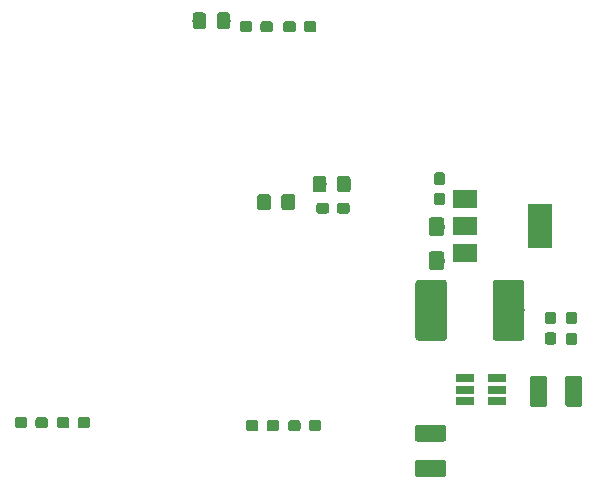
<source format=gbr>
G04 #@! TF.GenerationSoftware,KiCad,Pcbnew,(5.0.0-3-g5ebb6b6)*
G04 #@! TF.CreationDate,2019-05-19T23:28:32+02:00*
G04 #@! TF.ProjectId,Audio Board,417564696F20426F6172642E6B696361,rev?*
G04 #@! TF.SameCoordinates,Original*
G04 #@! TF.FileFunction,Paste,Bot*
G04 #@! TF.FilePolarity,Positive*
%FSLAX46Y46*%
G04 Gerber Fmt 4.6, Leading zero omitted, Abs format (unit mm)*
G04 Created by KiCad (PCBNEW (5.0.0-3-g5ebb6b6)) date Sunday, 19 May 2019 at 23:28:32*
%MOMM*%
%LPD*%
G01*
G04 APERTURE LIST*
%ADD10C,0.100000*%
%ADD11C,1.425000*%
%ADD12C,2.650000*%
%ADD13R,1.560000X0.650000*%
%ADD14C,0.950000*%
%ADD15R,2.000000X3.800000*%
%ADD16R,2.000000X1.500000*%
%ADD17C,1.150000*%
%ADD18C,1.350000*%
G04 APERTURE END LIST*
D10*
G04 #@! TO.C,C39*
G36*
X141838004Y-99133204D02*
X141862273Y-99136804D01*
X141886071Y-99142765D01*
X141909171Y-99151030D01*
X141931349Y-99161520D01*
X141952393Y-99174133D01*
X141972098Y-99188747D01*
X141990277Y-99205223D01*
X142006753Y-99223402D01*
X142021367Y-99243107D01*
X142033980Y-99264151D01*
X142044470Y-99286329D01*
X142052735Y-99309429D01*
X142058696Y-99333227D01*
X142062296Y-99357496D01*
X142063500Y-99382000D01*
X142063500Y-101532000D01*
X142062296Y-101556504D01*
X142058696Y-101580773D01*
X142052735Y-101604571D01*
X142044470Y-101627671D01*
X142033980Y-101649849D01*
X142021367Y-101670893D01*
X142006753Y-101690598D01*
X141990277Y-101708777D01*
X141972098Y-101725253D01*
X141952393Y-101739867D01*
X141931349Y-101752480D01*
X141909171Y-101762970D01*
X141886071Y-101771235D01*
X141862273Y-101777196D01*
X141838004Y-101780796D01*
X141813500Y-101782000D01*
X140888500Y-101782000D01*
X140863996Y-101780796D01*
X140839727Y-101777196D01*
X140815929Y-101771235D01*
X140792829Y-101762970D01*
X140770651Y-101752480D01*
X140749607Y-101739867D01*
X140729902Y-101725253D01*
X140711723Y-101708777D01*
X140695247Y-101690598D01*
X140680633Y-101670893D01*
X140668020Y-101649849D01*
X140657530Y-101627671D01*
X140649265Y-101604571D01*
X140643304Y-101580773D01*
X140639704Y-101556504D01*
X140638500Y-101532000D01*
X140638500Y-99382000D01*
X140639704Y-99357496D01*
X140643304Y-99333227D01*
X140649265Y-99309429D01*
X140657530Y-99286329D01*
X140668020Y-99264151D01*
X140680633Y-99243107D01*
X140695247Y-99223402D01*
X140711723Y-99205223D01*
X140729902Y-99188747D01*
X140749607Y-99174133D01*
X140770651Y-99161520D01*
X140792829Y-99151030D01*
X140815929Y-99142765D01*
X140839727Y-99136804D01*
X140863996Y-99133204D01*
X140888500Y-99132000D01*
X141813500Y-99132000D01*
X141838004Y-99133204D01*
X141838004Y-99133204D01*
G37*
D11*
X141351000Y-100457000D03*
D10*
G36*
X144813004Y-99133204D02*
X144837273Y-99136804D01*
X144861071Y-99142765D01*
X144884171Y-99151030D01*
X144906349Y-99161520D01*
X144927393Y-99174133D01*
X144947098Y-99188747D01*
X144965277Y-99205223D01*
X144981753Y-99223402D01*
X144996367Y-99243107D01*
X145008980Y-99264151D01*
X145019470Y-99286329D01*
X145027735Y-99309429D01*
X145033696Y-99333227D01*
X145037296Y-99357496D01*
X145038500Y-99382000D01*
X145038500Y-101532000D01*
X145037296Y-101556504D01*
X145033696Y-101580773D01*
X145027735Y-101604571D01*
X145019470Y-101627671D01*
X145008980Y-101649849D01*
X144996367Y-101670893D01*
X144981753Y-101690598D01*
X144965277Y-101708777D01*
X144947098Y-101725253D01*
X144927393Y-101739867D01*
X144906349Y-101752480D01*
X144884171Y-101762970D01*
X144861071Y-101771235D01*
X144837273Y-101777196D01*
X144813004Y-101780796D01*
X144788500Y-101782000D01*
X143863500Y-101782000D01*
X143838996Y-101780796D01*
X143814727Y-101777196D01*
X143790929Y-101771235D01*
X143767829Y-101762970D01*
X143745651Y-101752480D01*
X143724607Y-101739867D01*
X143704902Y-101725253D01*
X143686723Y-101708777D01*
X143670247Y-101690598D01*
X143655633Y-101670893D01*
X143643020Y-101649849D01*
X143632530Y-101627671D01*
X143624265Y-101604571D01*
X143618304Y-101580773D01*
X143614704Y-101556504D01*
X143613500Y-101532000D01*
X143613500Y-99382000D01*
X143614704Y-99357496D01*
X143618304Y-99333227D01*
X143624265Y-99309429D01*
X143632530Y-99286329D01*
X143643020Y-99264151D01*
X143655633Y-99243107D01*
X143670247Y-99223402D01*
X143686723Y-99205223D01*
X143704902Y-99188747D01*
X143724607Y-99174133D01*
X143745651Y-99161520D01*
X143767829Y-99151030D01*
X143790929Y-99142765D01*
X143814727Y-99136804D01*
X143838996Y-99133204D01*
X143863500Y-99132000D01*
X144788500Y-99132000D01*
X144813004Y-99133204D01*
X144813004Y-99133204D01*
G37*
D11*
X144326000Y-100457000D03*
G04 #@! TD*
D10*
G04 #@! TO.C,C40*
G36*
X133306504Y-106276704D02*
X133330773Y-106280304D01*
X133354571Y-106286265D01*
X133377671Y-106294530D01*
X133399849Y-106305020D01*
X133420893Y-106317633D01*
X133440598Y-106332247D01*
X133458777Y-106348723D01*
X133475253Y-106366902D01*
X133489867Y-106386607D01*
X133502480Y-106407651D01*
X133512970Y-106429829D01*
X133521235Y-106452929D01*
X133527196Y-106476727D01*
X133530796Y-106500996D01*
X133532000Y-106525500D01*
X133532000Y-107450500D01*
X133530796Y-107475004D01*
X133527196Y-107499273D01*
X133521235Y-107523071D01*
X133512970Y-107546171D01*
X133502480Y-107568349D01*
X133489867Y-107589393D01*
X133475253Y-107609098D01*
X133458777Y-107627277D01*
X133440598Y-107643753D01*
X133420893Y-107658367D01*
X133399849Y-107670980D01*
X133377671Y-107681470D01*
X133354571Y-107689735D01*
X133330773Y-107695696D01*
X133306504Y-107699296D01*
X133282000Y-107700500D01*
X131132000Y-107700500D01*
X131107496Y-107699296D01*
X131083227Y-107695696D01*
X131059429Y-107689735D01*
X131036329Y-107681470D01*
X131014151Y-107670980D01*
X130993107Y-107658367D01*
X130973402Y-107643753D01*
X130955223Y-107627277D01*
X130938747Y-107609098D01*
X130924133Y-107589393D01*
X130911520Y-107568349D01*
X130901030Y-107546171D01*
X130892765Y-107523071D01*
X130886804Y-107499273D01*
X130883204Y-107475004D01*
X130882000Y-107450500D01*
X130882000Y-106525500D01*
X130883204Y-106500996D01*
X130886804Y-106476727D01*
X130892765Y-106452929D01*
X130901030Y-106429829D01*
X130911520Y-106407651D01*
X130924133Y-106386607D01*
X130938747Y-106366902D01*
X130955223Y-106348723D01*
X130973402Y-106332247D01*
X130993107Y-106317633D01*
X131014151Y-106305020D01*
X131036329Y-106294530D01*
X131059429Y-106286265D01*
X131083227Y-106280304D01*
X131107496Y-106276704D01*
X131132000Y-106275500D01*
X133282000Y-106275500D01*
X133306504Y-106276704D01*
X133306504Y-106276704D01*
G37*
D11*
X132207000Y-106988000D03*
D10*
G36*
X133306504Y-103301704D02*
X133330773Y-103305304D01*
X133354571Y-103311265D01*
X133377671Y-103319530D01*
X133399849Y-103330020D01*
X133420893Y-103342633D01*
X133440598Y-103357247D01*
X133458777Y-103373723D01*
X133475253Y-103391902D01*
X133489867Y-103411607D01*
X133502480Y-103432651D01*
X133512970Y-103454829D01*
X133521235Y-103477929D01*
X133527196Y-103501727D01*
X133530796Y-103525996D01*
X133532000Y-103550500D01*
X133532000Y-104475500D01*
X133530796Y-104500004D01*
X133527196Y-104524273D01*
X133521235Y-104548071D01*
X133512970Y-104571171D01*
X133502480Y-104593349D01*
X133489867Y-104614393D01*
X133475253Y-104634098D01*
X133458777Y-104652277D01*
X133440598Y-104668753D01*
X133420893Y-104683367D01*
X133399849Y-104695980D01*
X133377671Y-104706470D01*
X133354571Y-104714735D01*
X133330773Y-104720696D01*
X133306504Y-104724296D01*
X133282000Y-104725500D01*
X131132000Y-104725500D01*
X131107496Y-104724296D01*
X131083227Y-104720696D01*
X131059429Y-104714735D01*
X131036329Y-104706470D01*
X131014151Y-104695980D01*
X130993107Y-104683367D01*
X130973402Y-104668753D01*
X130955223Y-104652277D01*
X130938747Y-104634098D01*
X130924133Y-104614393D01*
X130911520Y-104593349D01*
X130901030Y-104571171D01*
X130892765Y-104548071D01*
X130886804Y-104524273D01*
X130883204Y-104500004D01*
X130882000Y-104475500D01*
X130882000Y-103550500D01*
X130883204Y-103525996D01*
X130886804Y-103501727D01*
X130892765Y-103477929D01*
X130901030Y-103454829D01*
X130911520Y-103432651D01*
X130924133Y-103411607D01*
X130938747Y-103391902D01*
X130955223Y-103373723D01*
X130973402Y-103357247D01*
X130993107Y-103342633D01*
X131014151Y-103330020D01*
X131036329Y-103319530D01*
X131059429Y-103311265D01*
X131083227Y-103305304D01*
X131107496Y-103301704D01*
X131132000Y-103300500D01*
X133282000Y-103300500D01*
X133306504Y-103301704D01*
X133306504Y-103301704D01*
G37*
D11*
X132207000Y-104013000D03*
G04 #@! TD*
D10*
G04 #@! TO.C,D1*
G36*
X139910504Y-91025204D02*
X139934773Y-91028804D01*
X139958571Y-91034765D01*
X139981671Y-91043030D01*
X140003849Y-91053520D01*
X140024893Y-91066133D01*
X140044598Y-91080747D01*
X140062777Y-91097223D01*
X140079253Y-91115402D01*
X140093867Y-91135107D01*
X140106480Y-91156151D01*
X140116970Y-91178329D01*
X140125235Y-91201429D01*
X140131196Y-91225227D01*
X140134796Y-91249496D01*
X140136000Y-91274000D01*
X140136000Y-95924000D01*
X140134796Y-95948504D01*
X140131196Y-95972773D01*
X140125235Y-95996571D01*
X140116970Y-96019671D01*
X140106480Y-96041849D01*
X140093867Y-96062893D01*
X140079253Y-96082598D01*
X140062777Y-96100777D01*
X140044598Y-96117253D01*
X140024893Y-96131867D01*
X140003849Y-96144480D01*
X139981671Y-96154970D01*
X139958571Y-96163235D01*
X139934773Y-96169196D01*
X139910504Y-96172796D01*
X139886000Y-96174000D01*
X137736000Y-96174000D01*
X137711496Y-96172796D01*
X137687227Y-96169196D01*
X137663429Y-96163235D01*
X137640329Y-96154970D01*
X137618151Y-96144480D01*
X137597107Y-96131867D01*
X137577402Y-96117253D01*
X137559223Y-96100777D01*
X137542747Y-96082598D01*
X137528133Y-96062893D01*
X137515520Y-96041849D01*
X137505030Y-96019671D01*
X137496765Y-95996571D01*
X137490804Y-95972773D01*
X137487204Y-95948504D01*
X137486000Y-95924000D01*
X137486000Y-91274000D01*
X137487204Y-91249496D01*
X137490804Y-91225227D01*
X137496765Y-91201429D01*
X137505030Y-91178329D01*
X137515520Y-91156151D01*
X137528133Y-91135107D01*
X137542747Y-91115402D01*
X137559223Y-91097223D01*
X137577402Y-91080747D01*
X137597107Y-91066133D01*
X137618151Y-91053520D01*
X137640329Y-91043030D01*
X137663429Y-91034765D01*
X137687227Y-91028804D01*
X137711496Y-91025204D01*
X137736000Y-91024000D01*
X139886000Y-91024000D01*
X139910504Y-91025204D01*
X139910504Y-91025204D01*
G37*
D12*
X138811000Y-93599000D03*
D10*
G36*
X133360504Y-91025204D02*
X133384773Y-91028804D01*
X133408571Y-91034765D01*
X133431671Y-91043030D01*
X133453849Y-91053520D01*
X133474893Y-91066133D01*
X133494598Y-91080747D01*
X133512777Y-91097223D01*
X133529253Y-91115402D01*
X133543867Y-91135107D01*
X133556480Y-91156151D01*
X133566970Y-91178329D01*
X133575235Y-91201429D01*
X133581196Y-91225227D01*
X133584796Y-91249496D01*
X133586000Y-91274000D01*
X133586000Y-95924000D01*
X133584796Y-95948504D01*
X133581196Y-95972773D01*
X133575235Y-95996571D01*
X133566970Y-96019671D01*
X133556480Y-96041849D01*
X133543867Y-96062893D01*
X133529253Y-96082598D01*
X133512777Y-96100777D01*
X133494598Y-96117253D01*
X133474893Y-96131867D01*
X133453849Y-96144480D01*
X133431671Y-96154970D01*
X133408571Y-96163235D01*
X133384773Y-96169196D01*
X133360504Y-96172796D01*
X133336000Y-96174000D01*
X131186000Y-96174000D01*
X131161496Y-96172796D01*
X131137227Y-96169196D01*
X131113429Y-96163235D01*
X131090329Y-96154970D01*
X131068151Y-96144480D01*
X131047107Y-96131867D01*
X131027402Y-96117253D01*
X131009223Y-96100777D01*
X130992747Y-96082598D01*
X130978133Y-96062893D01*
X130965520Y-96041849D01*
X130955030Y-96019671D01*
X130946765Y-95996571D01*
X130940804Y-95972773D01*
X130937204Y-95948504D01*
X130936000Y-95924000D01*
X130936000Y-91274000D01*
X130937204Y-91249496D01*
X130940804Y-91225227D01*
X130946765Y-91201429D01*
X130955030Y-91178329D01*
X130965520Y-91156151D01*
X130978133Y-91135107D01*
X130992747Y-91115402D01*
X131009223Y-91097223D01*
X131027402Y-91080747D01*
X131047107Y-91066133D01*
X131068151Y-91053520D01*
X131090329Y-91043030D01*
X131113429Y-91034765D01*
X131137227Y-91028804D01*
X131161496Y-91025204D01*
X131186000Y-91024000D01*
X133336000Y-91024000D01*
X133360504Y-91025204D01*
X133360504Y-91025204D01*
G37*
D12*
X132261000Y-93599000D03*
G04 #@! TD*
D13*
G04 #@! TO.C,U5*
X135128000Y-101280000D03*
X135128000Y-100330000D03*
X135128000Y-99380000D03*
X137828000Y-99380000D03*
X137828000Y-101280000D03*
X137828000Y-100330000D03*
G04 #@! TD*
D10*
G04 #@! TO.C,R9*
G36*
X142627779Y-93710144D02*
X142650834Y-93713563D01*
X142673443Y-93719227D01*
X142695387Y-93727079D01*
X142716457Y-93737044D01*
X142736448Y-93749026D01*
X142755168Y-93762910D01*
X142772438Y-93778562D01*
X142788090Y-93795832D01*
X142801974Y-93814552D01*
X142813956Y-93834543D01*
X142823921Y-93855613D01*
X142831773Y-93877557D01*
X142837437Y-93900166D01*
X142840856Y-93923221D01*
X142842000Y-93946500D01*
X142842000Y-94521500D01*
X142840856Y-94544779D01*
X142837437Y-94567834D01*
X142831773Y-94590443D01*
X142823921Y-94612387D01*
X142813956Y-94633457D01*
X142801974Y-94653448D01*
X142788090Y-94672168D01*
X142772438Y-94689438D01*
X142755168Y-94705090D01*
X142736448Y-94718974D01*
X142716457Y-94730956D01*
X142695387Y-94740921D01*
X142673443Y-94748773D01*
X142650834Y-94754437D01*
X142627779Y-94757856D01*
X142604500Y-94759000D01*
X142129500Y-94759000D01*
X142106221Y-94757856D01*
X142083166Y-94754437D01*
X142060557Y-94748773D01*
X142038613Y-94740921D01*
X142017543Y-94730956D01*
X141997552Y-94718974D01*
X141978832Y-94705090D01*
X141961562Y-94689438D01*
X141945910Y-94672168D01*
X141932026Y-94653448D01*
X141920044Y-94633457D01*
X141910079Y-94612387D01*
X141902227Y-94590443D01*
X141896563Y-94567834D01*
X141893144Y-94544779D01*
X141892000Y-94521500D01*
X141892000Y-93946500D01*
X141893144Y-93923221D01*
X141896563Y-93900166D01*
X141902227Y-93877557D01*
X141910079Y-93855613D01*
X141920044Y-93834543D01*
X141932026Y-93814552D01*
X141945910Y-93795832D01*
X141961562Y-93778562D01*
X141978832Y-93762910D01*
X141997552Y-93749026D01*
X142017543Y-93737044D01*
X142038613Y-93727079D01*
X142060557Y-93719227D01*
X142083166Y-93713563D01*
X142106221Y-93710144D01*
X142129500Y-93709000D01*
X142604500Y-93709000D01*
X142627779Y-93710144D01*
X142627779Y-93710144D01*
G37*
D14*
X142367000Y-94234000D03*
D10*
G36*
X142627779Y-95460144D02*
X142650834Y-95463563D01*
X142673443Y-95469227D01*
X142695387Y-95477079D01*
X142716457Y-95487044D01*
X142736448Y-95499026D01*
X142755168Y-95512910D01*
X142772438Y-95528562D01*
X142788090Y-95545832D01*
X142801974Y-95564552D01*
X142813956Y-95584543D01*
X142823921Y-95605613D01*
X142831773Y-95627557D01*
X142837437Y-95650166D01*
X142840856Y-95673221D01*
X142842000Y-95696500D01*
X142842000Y-96271500D01*
X142840856Y-96294779D01*
X142837437Y-96317834D01*
X142831773Y-96340443D01*
X142823921Y-96362387D01*
X142813956Y-96383457D01*
X142801974Y-96403448D01*
X142788090Y-96422168D01*
X142772438Y-96439438D01*
X142755168Y-96455090D01*
X142736448Y-96468974D01*
X142716457Y-96480956D01*
X142695387Y-96490921D01*
X142673443Y-96498773D01*
X142650834Y-96504437D01*
X142627779Y-96507856D01*
X142604500Y-96509000D01*
X142129500Y-96509000D01*
X142106221Y-96507856D01*
X142083166Y-96504437D01*
X142060557Y-96498773D01*
X142038613Y-96490921D01*
X142017543Y-96480956D01*
X141997552Y-96468974D01*
X141978832Y-96455090D01*
X141961562Y-96439438D01*
X141945910Y-96422168D01*
X141932026Y-96403448D01*
X141920044Y-96383457D01*
X141910079Y-96362387D01*
X141902227Y-96340443D01*
X141896563Y-96317834D01*
X141893144Y-96294779D01*
X141892000Y-96271500D01*
X141892000Y-95696500D01*
X141893144Y-95673221D01*
X141896563Y-95650166D01*
X141902227Y-95627557D01*
X141910079Y-95605613D01*
X141920044Y-95584543D01*
X141932026Y-95564552D01*
X141945910Y-95545832D01*
X141961562Y-95528562D01*
X141978832Y-95512910D01*
X141997552Y-95499026D01*
X142017543Y-95487044D01*
X142038613Y-95477079D01*
X142060557Y-95469227D01*
X142083166Y-95463563D01*
X142106221Y-95460144D01*
X142129500Y-95459000D01*
X142604500Y-95459000D01*
X142627779Y-95460144D01*
X142627779Y-95460144D01*
G37*
D14*
X142367000Y-95984000D03*
G04 #@! TD*
D10*
G04 #@! TO.C,R10*
G36*
X144405779Y-93738144D02*
X144428834Y-93741563D01*
X144451443Y-93747227D01*
X144473387Y-93755079D01*
X144494457Y-93765044D01*
X144514448Y-93777026D01*
X144533168Y-93790910D01*
X144550438Y-93806562D01*
X144566090Y-93823832D01*
X144579974Y-93842552D01*
X144591956Y-93862543D01*
X144601921Y-93883613D01*
X144609773Y-93905557D01*
X144615437Y-93928166D01*
X144618856Y-93951221D01*
X144620000Y-93974500D01*
X144620000Y-94549500D01*
X144618856Y-94572779D01*
X144615437Y-94595834D01*
X144609773Y-94618443D01*
X144601921Y-94640387D01*
X144591956Y-94661457D01*
X144579974Y-94681448D01*
X144566090Y-94700168D01*
X144550438Y-94717438D01*
X144533168Y-94733090D01*
X144514448Y-94746974D01*
X144494457Y-94758956D01*
X144473387Y-94768921D01*
X144451443Y-94776773D01*
X144428834Y-94782437D01*
X144405779Y-94785856D01*
X144382500Y-94787000D01*
X143907500Y-94787000D01*
X143884221Y-94785856D01*
X143861166Y-94782437D01*
X143838557Y-94776773D01*
X143816613Y-94768921D01*
X143795543Y-94758956D01*
X143775552Y-94746974D01*
X143756832Y-94733090D01*
X143739562Y-94717438D01*
X143723910Y-94700168D01*
X143710026Y-94681448D01*
X143698044Y-94661457D01*
X143688079Y-94640387D01*
X143680227Y-94618443D01*
X143674563Y-94595834D01*
X143671144Y-94572779D01*
X143670000Y-94549500D01*
X143670000Y-93974500D01*
X143671144Y-93951221D01*
X143674563Y-93928166D01*
X143680227Y-93905557D01*
X143688079Y-93883613D01*
X143698044Y-93862543D01*
X143710026Y-93842552D01*
X143723910Y-93823832D01*
X143739562Y-93806562D01*
X143756832Y-93790910D01*
X143775552Y-93777026D01*
X143795543Y-93765044D01*
X143816613Y-93755079D01*
X143838557Y-93747227D01*
X143861166Y-93741563D01*
X143884221Y-93738144D01*
X143907500Y-93737000D01*
X144382500Y-93737000D01*
X144405779Y-93738144D01*
X144405779Y-93738144D01*
G37*
D14*
X144145000Y-94262000D03*
D10*
G36*
X144405779Y-95488144D02*
X144428834Y-95491563D01*
X144451443Y-95497227D01*
X144473387Y-95505079D01*
X144494457Y-95515044D01*
X144514448Y-95527026D01*
X144533168Y-95540910D01*
X144550438Y-95556562D01*
X144566090Y-95573832D01*
X144579974Y-95592552D01*
X144591956Y-95612543D01*
X144601921Y-95633613D01*
X144609773Y-95655557D01*
X144615437Y-95678166D01*
X144618856Y-95701221D01*
X144620000Y-95724500D01*
X144620000Y-96299500D01*
X144618856Y-96322779D01*
X144615437Y-96345834D01*
X144609773Y-96368443D01*
X144601921Y-96390387D01*
X144591956Y-96411457D01*
X144579974Y-96431448D01*
X144566090Y-96450168D01*
X144550438Y-96467438D01*
X144533168Y-96483090D01*
X144514448Y-96496974D01*
X144494457Y-96508956D01*
X144473387Y-96518921D01*
X144451443Y-96526773D01*
X144428834Y-96532437D01*
X144405779Y-96535856D01*
X144382500Y-96537000D01*
X143907500Y-96537000D01*
X143884221Y-96535856D01*
X143861166Y-96532437D01*
X143838557Y-96526773D01*
X143816613Y-96518921D01*
X143795543Y-96508956D01*
X143775552Y-96496974D01*
X143756832Y-96483090D01*
X143739562Y-96467438D01*
X143723910Y-96450168D01*
X143710026Y-96431448D01*
X143698044Y-96411457D01*
X143688079Y-96390387D01*
X143680227Y-96368443D01*
X143674563Y-96345834D01*
X143671144Y-96322779D01*
X143670000Y-96299500D01*
X143670000Y-95724500D01*
X143671144Y-95701221D01*
X143674563Y-95678166D01*
X143680227Y-95655557D01*
X143688079Y-95633613D01*
X143698044Y-95612543D01*
X143710026Y-95592552D01*
X143723910Y-95573832D01*
X143739562Y-95556562D01*
X143756832Y-95540910D01*
X143775552Y-95527026D01*
X143795543Y-95515044D01*
X143816613Y-95505079D01*
X143838557Y-95497227D01*
X143861166Y-95491563D01*
X143884221Y-95488144D01*
X143907500Y-95487000D01*
X144382500Y-95487000D01*
X144405779Y-95488144D01*
X144405779Y-95488144D01*
G37*
D14*
X144145000Y-96012000D03*
G04 #@! TD*
D10*
G04 #@! TO.C,C22*
G36*
X125137779Y-84489144D02*
X125160834Y-84492563D01*
X125183443Y-84498227D01*
X125205387Y-84506079D01*
X125226457Y-84516044D01*
X125246448Y-84528026D01*
X125265168Y-84541910D01*
X125282438Y-84557562D01*
X125298090Y-84574832D01*
X125311974Y-84593552D01*
X125323956Y-84613543D01*
X125333921Y-84634613D01*
X125341773Y-84656557D01*
X125347437Y-84679166D01*
X125350856Y-84702221D01*
X125352000Y-84725500D01*
X125352000Y-85200500D01*
X125350856Y-85223779D01*
X125347437Y-85246834D01*
X125341773Y-85269443D01*
X125333921Y-85291387D01*
X125323956Y-85312457D01*
X125311974Y-85332448D01*
X125298090Y-85351168D01*
X125282438Y-85368438D01*
X125265168Y-85384090D01*
X125246448Y-85397974D01*
X125226457Y-85409956D01*
X125205387Y-85419921D01*
X125183443Y-85427773D01*
X125160834Y-85433437D01*
X125137779Y-85436856D01*
X125114500Y-85438000D01*
X124539500Y-85438000D01*
X124516221Y-85436856D01*
X124493166Y-85433437D01*
X124470557Y-85427773D01*
X124448613Y-85419921D01*
X124427543Y-85409956D01*
X124407552Y-85397974D01*
X124388832Y-85384090D01*
X124371562Y-85368438D01*
X124355910Y-85351168D01*
X124342026Y-85332448D01*
X124330044Y-85312457D01*
X124320079Y-85291387D01*
X124312227Y-85269443D01*
X124306563Y-85246834D01*
X124303144Y-85223779D01*
X124302000Y-85200500D01*
X124302000Y-84725500D01*
X124303144Y-84702221D01*
X124306563Y-84679166D01*
X124312227Y-84656557D01*
X124320079Y-84634613D01*
X124330044Y-84613543D01*
X124342026Y-84593552D01*
X124355910Y-84574832D01*
X124371562Y-84557562D01*
X124388832Y-84541910D01*
X124407552Y-84528026D01*
X124427543Y-84516044D01*
X124448613Y-84506079D01*
X124470557Y-84498227D01*
X124493166Y-84492563D01*
X124516221Y-84489144D01*
X124539500Y-84488000D01*
X125114500Y-84488000D01*
X125137779Y-84489144D01*
X125137779Y-84489144D01*
G37*
D14*
X124827000Y-84963000D03*
D10*
G36*
X123387779Y-84489144D02*
X123410834Y-84492563D01*
X123433443Y-84498227D01*
X123455387Y-84506079D01*
X123476457Y-84516044D01*
X123496448Y-84528026D01*
X123515168Y-84541910D01*
X123532438Y-84557562D01*
X123548090Y-84574832D01*
X123561974Y-84593552D01*
X123573956Y-84613543D01*
X123583921Y-84634613D01*
X123591773Y-84656557D01*
X123597437Y-84679166D01*
X123600856Y-84702221D01*
X123602000Y-84725500D01*
X123602000Y-85200500D01*
X123600856Y-85223779D01*
X123597437Y-85246834D01*
X123591773Y-85269443D01*
X123583921Y-85291387D01*
X123573956Y-85312457D01*
X123561974Y-85332448D01*
X123548090Y-85351168D01*
X123532438Y-85368438D01*
X123515168Y-85384090D01*
X123496448Y-85397974D01*
X123476457Y-85409956D01*
X123455387Y-85419921D01*
X123433443Y-85427773D01*
X123410834Y-85433437D01*
X123387779Y-85436856D01*
X123364500Y-85438000D01*
X122789500Y-85438000D01*
X122766221Y-85436856D01*
X122743166Y-85433437D01*
X122720557Y-85427773D01*
X122698613Y-85419921D01*
X122677543Y-85409956D01*
X122657552Y-85397974D01*
X122638832Y-85384090D01*
X122621562Y-85368438D01*
X122605910Y-85351168D01*
X122592026Y-85332448D01*
X122580044Y-85312457D01*
X122570079Y-85291387D01*
X122562227Y-85269443D01*
X122556563Y-85246834D01*
X122553144Y-85223779D01*
X122552000Y-85200500D01*
X122552000Y-84725500D01*
X122553144Y-84702221D01*
X122556563Y-84679166D01*
X122562227Y-84656557D01*
X122570079Y-84634613D01*
X122580044Y-84613543D01*
X122592026Y-84593552D01*
X122605910Y-84574832D01*
X122621562Y-84557562D01*
X122638832Y-84541910D01*
X122657552Y-84528026D01*
X122677543Y-84516044D01*
X122698613Y-84506079D01*
X122720557Y-84498227D01*
X122743166Y-84492563D01*
X122766221Y-84489144D01*
X122789500Y-84488000D01*
X123364500Y-84488000D01*
X123387779Y-84489144D01*
X123387779Y-84489144D01*
G37*
D14*
X123077000Y-84963000D03*
G04 #@! TD*
D10*
G04 #@! TO.C,R15*
G36*
X103166779Y-102650144D02*
X103189834Y-102653563D01*
X103212443Y-102659227D01*
X103234387Y-102667079D01*
X103255457Y-102677044D01*
X103275448Y-102689026D01*
X103294168Y-102702910D01*
X103311438Y-102718562D01*
X103327090Y-102735832D01*
X103340974Y-102754552D01*
X103352956Y-102774543D01*
X103362921Y-102795613D01*
X103370773Y-102817557D01*
X103376437Y-102840166D01*
X103379856Y-102863221D01*
X103381000Y-102886500D01*
X103381000Y-103361500D01*
X103379856Y-103384779D01*
X103376437Y-103407834D01*
X103370773Y-103430443D01*
X103362921Y-103452387D01*
X103352956Y-103473457D01*
X103340974Y-103493448D01*
X103327090Y-103512168D01*
X103311438Y-103529438D01*
X103294168Y-103545090D01*
X103275448Y-103558974D01*
X103255457Y-103570956D01*
X103234387Y-103580921D01*
X103212443Y-103588773D01*
X103189834Y-103594437D01*
X103166779Y-103597856D01*
X103143500Y-103599000D01*
X102568500Y-103599000D01*
X102545221Y-103597856D01*
X102522166Y-103594437D01*
X102499557Y-103588773D01*
X102477613Y-103580921D01*
X102456543Y-103570956D01*
X102436552Y-103558974D01*
X102417832Y-103545090D01*
X102400562Y-103529438D01*
X102384910Y-103512168D01*
X102371026Y-103493448D01*
X102359044Y-103473457D01*
X102349079Y-103452387D01*
X102341227Y-103430443D01*
X102335563Y-103407834D01*
X102332144Y-103384779D01*
X102331000Y-103361500D01*
X102331000Y-102886500D01*
X102332144Y-102863221D01*
X102335563Y-102840166D01*
X102341227Y-102817557D01*
X102349079Y-102795613D01*
X102359044Y-102774543D01*
X102371026Y-102754552D01*
X102384910Y-102735832D01*
X102400562Y-102718562D01*
X102417832Y-102702910D01*
X102436552Y-102689026D01*
X102456543Y-102677044D01*
X102477613Y-102667079D01*
X102499557Y-102659227D01*
X102522166Y-102653563D01*
X102545221Y-102650144D01*
X102568500Y-102649000D01*
X103143500Y-102649000D01*
X103166779Y-102650144D01*
X103166779Y-102650144D01*
G37*
D14*
X102856000Y-103124000D03*
D10*
G36*
X101416779Y-102650144D02*
X101439834Y-102653563D01*
X101462443Y-102659227D01*
X101484387Y-102667079D01*
X101505457Y-102677044D01*
X101525448Y-102689026D01*
X101544168Y-102702910D01*
X101561438Y-102718562D01*
X101577090Y-102735832D01*
X101590974Y-102754552D01*
X101602956Y-102774543D01*
X101612921Y-102795613D01*
X101620773Y-102817557D01*
X101626437Y-102840166D01*
X101629856Y-102863221D01*
X101631000Y-102886500D01*
X101631000Y-103361500D01*
X101629856Y-103384779D01*
X101626437Y-103407834D01*
X101620773Y-103430443D01*
X101612921Y-103452387D01*
X101602956Y-103473457D01*
X101590974Y-103493448D01*
X101577090Y-103512168D01*
X101561438Y-103529438D01*
X101544168Y-103545090D01*
X101525448Y-103558974D01*
X101505457Y-103570956D01*
X101484387Y-103580921D01*
X101462443Y-103588773D01*
X101439834Y-103594437D01*
X101416779Y-103597856D01*
X101393500Y-103599000D01*
X100818500Y-103599000D01*
X100795221Y-103597856D01*
X100772166Y-103594437D01*
X100749557Y-103588773D01*
X100727613Y-103580921D01*
X100706543Y-103570956D01*
X100686552Y-103558974D01*
X100667832Y-103545090D01*
X100650562Y-103529438D01*
X100634910Y-103512168D01*
X100621026Y-103493448D01*
X100609044Y-103473457D01*
X100599079Y-103452387D01*
X100591227Y-103430443D01*
X100585563Y-103407834D01*
X100582144Y-103384779D01*
X100581000Y-103361500D01*
X100581000Y-102886500D01*
X100582144Y-102863221D01*
X100585563Y-102840166D01*
X100591227Y-102817557D01*
X100599079Y-102795613D01*
X100609044Y-102774543D01*
X100621026Y-102754552D01*
X100634910Y-102735832D01*
X100650562Y-102718562D01*
X100667832Y-102702910D01*
X100686552Y-102689026D01*
X100706543Y-102677044D01*
X100727613Y-102667079D01*
X100749557Y-102659227D01*
X100772166Y-102653563D01*
X100795221Y-102650144D01*
X100818500Y-102649000D01*
X101393500Y-102649000D01*
X101416779Y-102650144D01*
X101416779Y-102650144D01*
G37*
D14*
X101106000Y-103124000D03*
G04 #@! TD*
D10*
G04 #@! TO.C,R16*
G36*
X97846779Y-102650144D02*
X97869834Y-102653563D01*
X97892443Y-102659227D01*
X97914387Y-102667079D01*
X97935457Y-102677044D01*
X97955448Y-102689026D01*
X97974168Y-102702910D01*
X97991438Y-102718562D01*
X98007090Y-102735832D01*
X98020974Y-102754552D01*
X98032956Y-102774543D01*
X98042921Y-102795613D01*
X98050773Y-102817557D01*
X98056437Y-102840166D01*
X98059856Y-102863221D01*
X98061000Y-102886500D01*
X98061000Y-103361500D01*
X98059856Y-103384779D01*
X98056437Y-103407834D01*
X98050773Y-103430443D01*
X98042921Y-103452387D01*
X98032956Y-103473457D01*
X98020974Y-103493448D01*
X98007090Y-103512168D01*
X97991438Y-103529438D01*
X97974168Y-103545090D01*
X97955448Y-103558974D01*
X97935457Y-103570956D01*
X97914387Y-103580921D01*
X97892443Y-103588773D01*
X97869834Y-103594437D01*
X97846779Y-103597856D01*
X97823500Y-103599000D01*
X97248500Y-103599000D01*
X97225221Y-103597856D01*
X97202166Y-103594437D01*
X97179557Y-103588773D01*
X97157613Y-103580921D01*
X97136543Y-103570956D01*
X97116552Y-103558974D01*
X97097832Y-103545090D01*
X97080562Y-103529438D01*
X97064910Y-103512168D01*
X97051026Y-103493448D01*
X97039044Y-103473457D01*
X97029079Y-103452387D01*
X97021227Y-103430443D01*
X97015563Y-103407834D01*
X97012144Y-103384779D01*
X97011000Y-103361500D01*
X97011000Y-102886500D01*
X97012144Y-102863221D01*
X97015563Y-102840166D01*
X97021227Y-102817557D01*
X97029079Y-102795613D01*
X97039044Y-102774543D01*
X97051026Y-102754552D01*
X97064910Y-102735832D01*
X97080562Y-102718562D01*
X97097832Y-102702910D01*
X97116552Y-102689026D01*
X97136543Y-102677044D01*
X97157613Y-102667079D01*
X97179557Y-102659227D01*
X97202166Y-102653563D01*
X97225221Y-102650144D01*
X97248500Y-102649000D01*
X97823500Y-102649000D01*
X97846779Y-102650144D01*
X97846779Y-102650144D01*
G37*
D14*
X97536000Y-103124000D03*
D10*
G36*
X99596779Y-102650144D02*
X99619834Y-102653563D01*
X99642443Y-102659227D01*
X99664387Y-102667079D01*
X99685457Y-102677044D01*
X99705448Y-102689026D01*
X99724168Y-102702910D01*
X99741438Y-102718562D01*
X99757090Y-102735832D01*
X99770974Y-102754552D01*
X99782956Y-102774543D01*
X99792921Y-102795613D01*
X99800773Y-102817557D01*
X99806437Y-102840166D01*
X99809856Y-102863221D01*
X99811000Y-102886500D01*
X99811000Y-103361500D01*
X99809856Y-103384779D01*
X99806437Y-103407834D01*
X99800773Y-103430443D01*
X99792921Y-103452387D01*
X99782956Y-103473457D01*
X99770974Y-103493448D01*
X99757090Y-103512168D01*
X99741438Y-103529438D01*
X99724168Y-103545090D01*
X99705448Y-103558974D01*
X99685457Y-103570956D01*
X99664387Y-103580921D01*
X99642443Y-103588773D01*
X99619834Y-103594437D01*
X99596779Y-103597856D01*
X99573500Y-103599000D01*
X98998500Y-103599000D01*
X98975221Y-103597856D01*
X98952166Y-103594437D01*
X98929557Y-103588773D01*
X98907613Y-103580921D01*
X98886543Y-103570956D01*
X98866552Y-103558974D01*
X98847832Y-103545090D01*
X98830562Y-103529438D01*
X98814910Y-103512168D01*
X98801026Y-103493448D01*
X98789044Y-103473457D01*
X98779079Y-103452387D01*
X98771227Y-103430443D01*
X98765563Y-103407834D01*
X98762144Y-103384779D01*
X98761000Y-103361500D01*
X98761000Y-102886500D01*
X98762144Y-102863221D01*
X98765563Y-102840166D01*
X98771227Y-102817557D01*
X98779079Y-102795613D01*
X98789044Y-102774543D01*
X98801026Y-102754552D01*
X98814910Y-102735832D01*
X98830562Y-102718562D01*
X98847832Y-102702910D01*
X98866552Y-102689026D01*
X98886543Y-102677044D01*
X98907613Y-102667079D01*
X98929557Y-102659227D01*
X98952166Y-102653563D01*
X98975221Y-102650144D01*
X98998500Y-102649000D01*
X99573500Y-102649000D01*
X99596779Y-102650144D01*
X99596779Y-102650144D01*
G37*
D14*
X99286000Y-103124000D03*
G04 #@! TD*
D10*
G04 #@! TO.C,R17*
G36*
X120988779Y-102904144D02*
X121011834Y-102907563D01*
X121034443Y-102913227D01*
X121056387Y-102921079D01*
X121077457Y-102931044D01*
X121097448Y-102943026D01*
X121116168Y-102956910D01*
X121133438Y-102972562D01*
X121149090Y-102989832D01*
X121162974Y-103008552D01*
X121174956Y-103028543D01*
X121184921Y-103049613D01*
X121192773Y-103071557D01*
X121198437Y-103094166D01*
X121201856Y-103117221D01*
X121203000Y-103140500D01*
X121203000Y-103615500D01*
X121201856Y-103638779D01*
X121198437Y-103661834D01*
X121192773Y-103684443D01*
X121184921Y-103706387D01*
X121174956Y-103727457D01*
X121162974Y-103747448D01*
X121149090Y-103766168D01*
X121133438Y-103783438D01*
X121116168Y-103799090D01*
X121097448Y-103812974D01*
X121077457Y-103824956D01*
X121056387Y-103834921D01*
X121034443Y-103842773D01*
X121011834Y-103848437D01*
X120988779Y-103851856D01*
X120965500Y-103853000D01*
X120390500Y-103853000D01*
X120367221Y-103851856D01*
X120344166Y-103848437D01*
X120321557Y-103842773D01*
X120299613Y-103834921D01*
X120278543Y-103824956D01*
X120258552Y-103812974D01*
X120239832Y-103799090D01*
X120222562Y-103783438D01*
X120206910Y-103766168D01*
X120193026Y-103747448D01*
X120181044Y-103727457D01*
X120171079Y-103706387D01*
X120163227Y-103684443D01*
X120157563Y-103661834D01*
X120154144Y-103638779D01*
X120153000Y-103615500D01*
X120153000Y-103140500D01*
X120154144Y-103117221D01*
X120157563Y-103094166D01*
X120163227Y-103071557D01*
X120171079Y-103049613D01*
X120181044Y-103028543D01*
X120193026Y-103008552D01*
X120206910Y-102989832D01*
X120222562Y-102972562D01*
X120239832Y-102956910D01*
X120258552Y-102943026D01*
X120278543Y-102931044D01*
X120299613Y-102921079D01*
X120321557Y-102913227D01*
X120344166Y-102907563D01*
X120367221Y-102904144D01*
X120390500Y-102903000D01*
X120965500Y-102903000D01*
X120988779Y-102904144D01*
X120988779Y-102904144D01*
G37*
D14*
X120678000Y-103378000D03*
D10*
G36*
X122738779Y-102904144D02*
X122761834Y-102907563D01*
X122784443Y-102913227D01*
X122806387Y-102921079D01*
X122827457Y-102931044D01*
X122847448Y-102943026D01*
X122866168Y-102956910D01*
X122883438Y-102972562D01*
X122899090Y-102989832D01*
X122912974Y-103008552D01*
X122924956Y-103028543D01*
X122934921Y-103049613D01*
X122942773Y-103071557D01*
X122948437Y-103094166D01*
X122951856Y-103117221D01*
X122953000Y-103140500D01*
X122953000Y-103615500D01*
X122951856Y-103638779D01*
X122948437Y-103661834D01*
X122942773Y-103684443D01*
X122934921Y-103706387D01*
X122924956Y-103727457D01*
X122912974Y-103747448D01*
X122899090Y-103766168D01*
X122883438Y-103783438D01*
X122866168Y-103799090D01*
X122847448Y-103812974D01*
X122827457Y-103824956D01*
X122806387Y-103834921D01*
X122784443Y-103842773D01*
X122761834Y-103848437D01*
X122738779Y-103851856D01*
X122715500Y-103853000D01*
X122140500Y-103853000D01*
X122117221Y-103851856D01*
X122094166Y-103848437D01*
X122071557Y-103842773D01*
X122049613Y-103834921D01*
X122028543Y-103824956D01*
X122008552Y-103812974D01*
X121989832Y-103799090D01*
X121972562Y-103783438D01*
X121956910Y-103766168D01*
X121943026Y-103747448D01*
X121931044Y-103727457D01*
X121921079Y-103706387D01*
X121913227Y-103684443D01*
X121907563Y-103661834D01*
X121904144Y-103638779D01*
X121903000Y-103615500D01*
X121903000Y-103140500D01*
X121904144Y-103117221D01*
X121907563Y-103094166D01*
X121913227Y-103071557D01*
X121921079Y-103049613D01*
X121931044Y-103028543D01*
X121943026Y-103008552D01*
X121956910Y-102989832D01*
X121972562Y-102972562D01*
X121989832Y-102956910D01*
X122008552Y-102943026D01*
X122028543Y-102931044D01*
X122049613Y-102921079D01*
X122071557Y-102913227D01*
X122094166Y-102907563D01*
X122117221Y-102904144D01*
X122140500Y-102903000D01*
X122715500Y-102903000D01*
X122738779Y-102904144D01*
X122738779Y-102904144D01*
G37*
D14*
X122428000Y-103378000D03*
G04 #@! TD*
D10*
G04 #@! TO.C,R18*
G36*
X119168779Y-102904144D02*
X119191834Y-102907563D01*
X119214443Y-102913227D01*
X119236387Y-102921079D01*
X119257457Y-102931044D01*
X119277448Y-102943026D01*
X119296168Y-102956910D01*
X119313438Y-102972562D01*
X119329090Y-102989832D01*
X119342974Y-103008552D01*
X119354956Y-103028543D01*
X119364921Y-103049613D01*
X119372773Y-103071557D01*
X119378437Y-103094166D01*
X119381856Y-103117221D01*
X119383000Y-103140500D01*
X119383000Y-103615500D01*
X119381856Y-103638779D01*
X119378437Y-103661834D01*
X119372773Y-103684443D01*
X119364921Y-103706387D01*
X119354956Y-103727457D01*
X119342974Y-103747448D01*
X119329090Y-103766168D01*
X119313438Y-103783438D01*
X119296168Y-103799090D01*
X119277448Y-103812974D01*
X119257457Y-103824956D01*
X119236387Y-103834921D01*
X119214443Y-103842773D01*
X119191834Y-103848437D01*
X119168779Y-103851856D01*
X119145500Y-103853000D01*
X118570500Y-103853000D01*
X118547221Y-103851856D01*
X118524166Y-103848437D01*
X118501557Y-103842773D01*
X118479613Y-103834921D01*
X118458543Y-103824956D01*
X118438552Y-103812974D01*
X118419832Y-103799090D01*
X118402562Y-103783438D01*
X118386910Y-103766168D01*
X118373026Y-103747448D01*
X118361044Y-103727457D01*
X118351079Y-103706387D01*
X118343227Y-103684443D01*
X118337563Y-103661834D01*
X118334144Y-103638779D01*
X118333000Y-103615500D01*
X118333000Y-103140500D01*
X118334144Y-103117221D01*
X118337563Y-103094166D01*
X118343227Y-103071557D01*
X118351079Y-103049613D01*
X118361044Y-103028543D01*
X118373026Y-103008552D01*
X118386910Y-102989832D01*
X118402562Y-102972562D01*
X118419832Y-102956910D01*
X118438552Y-102943026D01*
X118458543Y-102931044D01*
X118479613Y-102921079D01*
X118501557Y-102913227D01*
X118524166Y-102907563D01*
X118547221Y-102904144D01*
X118570500Y-102903000D01*
X119145500Y-102903000D01*
X119168779Y-102904144D01*
X119168779Y-102904144D01*
G37*
D14*
X118858000Y-103378000D03*
D10*
G36*
X117418779Y-102904144D02*
X117441834Y-102907563D01*
X117464443Y-102913227D01*
X117486387Y-102921079D01*
X117507457Y-102931044D01*
X117527448Y-102943026D01*
X117546168Y-102956910D01*
X117563438Y-102972562D01*
X117579090Y-102989832D01*
X117592974Y-103008552D01*
X117604956Y-103028543D01*
X117614921Y-103049613D01*
X117622773Y-103071557D01*
X117628437Y-103094166D01*
X117631856Y-103117221D01*
X117633000Y-103140500D01*
X117633000Y-103615500D01*
X117631856Y-103638779D01*
X117628437Y-103661834D01*
X117622773Y-103684443D01*
X117614921Y-103706387D01*
X117604956Y-103727457D01*
X117592974Y-103747448D01*
X117579090Y-103766168D01*
X117563438Y-103783438D01*
X117546168Y-103799090D01*
X117527448Y-103812974D01*
X117507457Y-103824956D01*
X117486387Y-103834921D01*
X117464443Y-103842773D01*
X117441834Y-103848437D01*
X117418779Y-103851856D01*
X117395500Y-103853000D01*
X116820500Y-103853000D01*
X116797221Y-103851856D01*
X116774166Y-103848437D01*
X116751557Y-103842773D01*
X116729613Y-103834921D01*
X116708543Y-103824956D01*
X116688552Y-103812974D01*
X116669832Y-103799090D01*
X116652562Y-103783438D01*
X116636910Y-103766168D01*
X116623026Y-103747448D01*
X116611044Y-103727457D01*
X116601079Y-103706387D01*
X116593227Y-103684443D01*
X116587563Y-103661834D01*
X116584144Y-103638779D01*
X116583000Y-103615500D01*
X116583000Y-103140500D01*
X116584144Y-103117221D01*
X116587563Y-103094166D01*
X116593227Y-103071557D01*
X116601079Y-103049613D01*
X116611044Y-103028543D01*
X116623026Y-103008552D01*
X116636910Y-102989832D01*
X116652562Y-102972562D01*
X116669832Y-102956910D01*
X116688552Y-102943026D01*
X116708543Y-102931044D01*
X116729613Y-102921079D01*
X116751557Y-102913227D01*
X116774166Y-102907563D01*
X116797221Y-102904144D01*
X116820500Y-102903000D01*
X117395500Y-102903000D01*
X117418779Y-102904144D01*
X117418779Y-102904144D01*
G37*
D14*
X117108000Y-103378000D03*
G04 #@! TD*
D15*
G04 #@! TO.C,U2*
X141453000Y-86487000D03*
D16*
X135153000Y-86487000D03*
X135153000Y-84187000D03*
X135153000Y-88787000D03*
G04 #@! TD*
D10*
G04 #@! TO.C,C19*
G36*
X118459505Y-83756204D02*
X118483773Y-83759804D01*
X118507572Y-83765765D01*
X118530671Y-83774030D01*
X118552850Y-83784520D01*
X118573893Y-83797132D01*
X118593599Y-83811747D01*
X118611777Y-83828223D01*
X118628253Y-83846401D01*
X118642868Y-83866107D01*
X118655480Y-83887150D01*
X118665970Y-83909329D01*
X118674235Y-83932428D01*
X118680196Y-83956227D01*
X118683796Y-83980495D01*
X118685000Y-84004999D01*
X118685000Y-84905001D01*
X118683796Y-84929505D01*
X118680196Y-84953773D01*
X118674235Y-84977572D01*
X118665970Y-85000671D01*
X118655480Y-85022850D01*
X118642868Y-85043893D01*
X118628253Y-85063599D01*
X118611777Y-85081777D01*
X118593599Y-85098253D01*
X118573893Y-85112868D01*
X118552850Y-85125480D01*
X118530671Y-85135970D01*
X118507572Y-85144235D01*
X118483773Y-85150196D01*
X118459505Y-85153796D01*
X118435001Y-85155000D01*
X117784999Y-85155000D01*
X117760495Y-85153796D01*
X117736227Y-85150196D01*
X117712428Y-85144235D01*
X117689329Y-85135970D01*
X117667150Y-85125480D01*
X117646107Y-85112868D01*
X117626401Y-85098253D01*
X117608223Y-85081777D01*
X117591747Y-85063599D01*
X117577132Y-85043893D01*
X117564520Y-85022850D01*
X117554030Y-85000671D01*
X117545765Y-84977572D01*
X117539804Y-84953773D01*
X117536204Y-84929505D01*
X117535000Y-84905001D01*
X117535000Y-84004999D01*
X117536204Y-83980495D01*
X117539804Y-83956227D01*
X117545765Y-83932428D01*
X117554030Y-83909329D01*
X117564520Y-83887150D01*
X117577132Y-83866107D01*
X117591747Y-83846401D01*
X117608223Y-83828223D01*
X117626401Y-83811747D01*
X117646107Y-83797132D01*
X117667150Y-83784520D01*
X117689329Y-83774030D01*
X117712428Y-83765765D01*
X117736227Y-83759804D01*
X117760495Y-83756204D01*
X117784999Y-83755000D01*
X118435001Y-83755000D01*
X118459505Y-83756204D01*
X118459505Y-83756204D01*
G37*
D17*
X118110000Y-84455000D03*
D10*
G36*
X120509505Y-83756204D02*
X120533773Y-83759804D01*
X120557572Y-83765765D01*
X120580671Y-83774030D01*
X120602850Y-83784520D01*
X120623893Y-83797132D01*
X120643599Y-83811747D01*
X120661777Y-83828223D01*
X120678253Y-83846401D01*
X120692868Y-83866107D01*
X120705480Y-83887150D01*
X120715970Y-83909329D01*
X120724235Y-83932428D01*
X120730196Y-83956227D01*
X120733796Y-83980495D01*
X120735000Y-84004999D01*
X120735000Y-84905001D01*
X120733796Y-84929505D01*
X120730196Y-84953773D01*
X120724235Y-84977572D01*
X120715970Y-85000671D01*
X120705480Y-85022850D01*
X120692868Y-85043893D01*
X120678253Y-85063599D01*
X120661777Y-85081777D01*
X120643599Y-85098253D01*
X120623893Y-85112868D01*
X120602850Y-85125480D01*
X120580671Y-85135970D01*
X120557572Y-85144235D01*
X120533773Y-85150196D01*
X120509505Y-85153796D01*
X120485001Y-85155000D01*
X119834999Y-85155000D01*
X119810495Y-85153796D01*
X119786227Y-85150196D01*
X119762428Y-85144235D01*
X119739329Y-85135970D01*
X119717150Y-85125480D01*
X119696107Y-85112868D01*
X119676401Y-85098253D01*
X119658223Y-85081777D01*
X119641747Y-85063599D01*
X119627132Y-85043893D01*
X119614520Y-85022850D01*
X119604030Y-85000671D01*
X119595765Y-84977572D01*
X119589804Y-84953773D01*
X119586204Y-84929505D01*
X119585000Y-84905001D01*
X119585000Y-84004999D01*
X119586204Y-83980495D01*
X119589804Y-83956227D01*
X119595765Y-83932428D01*
X119604030Y-83909329D01*
X119614520Y-83887150D01*
X119627132Y-83866107D01*
X119641747Y-83846401D01*
X119658223Y-83828223D01*
X119676401Y-83811747D01*
X119696107Y-83797132D01*
X119717150Y-83784520D01*
X119739329Y-83774030D01*
X119762428Y-83765765D01*
X119786227Y-83759804D01*
X119810495Y-83756204D01*
X119834999Y-83755000D01*
X120485001Y-83755000D01*
X120509505Y-83756204D01*
X120509505Y-83756204D01*
G37*
D17*
X120160000Y-84455000D03*
G04 #@! TD*
D10*
G04 #@! TO.C,C25*
G36*
X112980505Y-68389204D02*
X113004773Y-68392804D01*
X113028572Y-68398765D01*
X113051671Y-68407030D01*
X113073850Y-68417520D01*
X113094893Y-68430132D01*
X113114599Y-68444747D01*
X113132777Y-68461223D01*
X113149253Y-68479401D01*
X113163868Y-68499107D01*
X113176480Y-68520150D01*
X113186970Y-68542329D01*
X113195235Y-68565428D01*
X113201196Y-68589227D01*
X113204796Y-68613495D01*
X113206000Y-68637999D01*
X113206000Y-69538001D01*
X113204796Y-69562505D01*
X113201196Y-69586773D01*
X113195235Y-69610572D01*
X113186970Y-69633671D01*
X113176480Y-69655850D01*
X113163868Y-69676893D01*
X113149253Y-69696599D01*
X113132777Y-69714777D01*
X113114599Y-69731253D01*
X113094893Y-69745868D01*
X113073850Y-69758480D01*
X113051671Y-69768970D01*
X113028572Y-69777235D01*
X113004773Y-69783196D01*
X112980505Y-69786796D01*
X112956001Y-69788000D01*
X112305999Y-69788000D01*
X112281495Y-69786796D01*
X112257227Y-69783196D01*
X112233428Y-69777235D01*
X112210329Y-69768970D01*
X112188150Y-69758480D01*
X112167107Y-69745868D01*
X112147401Y-69731253D01*
X112129223Y-69714777D01*
X112112747Y-69696599D01*
X112098132Y-69676893D01*
X112085520Y-69655850D01*
X112075030Y-69633671D01*
X112066765Y-69610572D01*
X112060804Y-69586773D01*
X112057204Y-69562505D01*
X112056000Y-69538001D01*
X112056000Y-68637999D01*
X112057204Y-68613495D01*
X112060804Y-68589227D01*
X112066765Y-68565428D01*
X112075030Y-68542329D01*
X112085520Y-68520150D01*
X112098132Y-68499107D01*
X112112747Y-68479401D01*
X112129223Y-68461223D01*
X112147401Y-68444747D01*
X112167107Y-68430132D01*
X112188150Y-68417520D01*
X112210329Y-68407030D01*
X112233428Y-68398765D01*
X112257227Y-68392804D01*
X112281495Y-68389204D01*
X112305999Y-68388000D01*
X112956001Y-68388000D01*
X112980505Y-68389204D01*
X112980505Y-68389204D01*
G37*
D17*
X112631000Y-69088000D03*
D10*
G36*
X115030505Y-68389204D02*
X115054773Y-68392804D01*
X115078572Y-68398765D01*
X115101671Y-68407030D01*
X115123850Y-68417520D01*
X115144893Y-68430132D01*
X115164599Y-68444747D01*
X115182777Y-68461223D01*
X115199253Y-68479401D01*
X115213868Y-68499107D01*
X115226480Y-68520150D01*
X115236970Y-68542329D01*
X115245235Y-68565428D01*
X115251196Y-68589227D01*
X115254796Y-68613495D01*
X115256000Y-68637999D01*
X115256000Y-69538001D01*
X115254796Y-69562505D01*
X115251196Y-69586773D01*
X115245235Y-69610572D01*
X115236970Y-69633671D01*
X115226480Y-69655850D01*
X115213868Y-69676893D01*
X115199253Y-69696599D01*
X115182777Y-69714777D01*
X115164599Y-69731253D01*
X115144893Y-69745868D01*
X115123850Y-69758480D01*
X115101671Y-69768970D01*
X115078572Y-69777235D01*
X115054773Y-69783196D01*
X115030505Y-69786796D01*
X115006001Y-69788000D01*
X114355999Y-69788000D01*
X114331495Y-69786796D01*
X114307227Y-69783196D01*
X114283428Y-69777235D01*
X114260329Y-69768970D01*
X114238150Y-69758480D01*
X114217107Y-69745868D01*
X114197401Y-69731253D01*
X114179223Y-69714777D01*
X114162747Y-69696599D01*
X114148132Y-69676893D01*
X114135520Y-69655850D01*
X114125030Y-69633671D01*
X114116765Y-69610572D01*
X114110804Y-69586773D01*
X114107204Y-69562505D01*
X114106000Y-69538001D01*
X114106000Y-68637999D01*
X114107204Y-68613495D01*
X114110804Y-68589227D01*
X114116765Y-68565428D01*
X114125030Y-68542329D01*
X114135520Y-68520150D01*
X114148132Y-68499107D01*
X114162747Y-68479401D01*
X114179223Y-68461223D01*
X114197401Y-68444747D01*
X114217107Y-68430132D01*
X114238150Y-68417520D01*
X114260329Y-68407030D01*
X114283428Y-68398765D01*
X114307227Y-68392804D01*
X114331495Y-68389204D01*
X114355999Y-68388000D01*
X115006001Y-68388000D01*
X115030505Y-68389204D01*
X115030505Y-68389204D01*
G37*
D17*
X114681000Y-69088000D03*
G04 #@! TD*
D10*
G04 #@! TO.C,C23*
G36*
X125208505Y-82232204D02*
X125232773Y-82235804D01*
X125256572Y-82241765D01*
X125279671Y-82250030D01*
X125301850Y-82260520D01*
X125322893Y-82273132D01*
X125342599Y-82287747D01*
X125360777Y-82304223D01*
X125377253Y-82322401D01*
X125391868Y-82342107D01*
X125404480Y-82363150D01*
X125414970Y-82385329D01*
X125423235Y-82408428D01*
X125429196Y-82432227D01*
X125432796Y-82456495D01*
X125434000Y-82480999D01*
X125434000Y-83381001D01*
X125432796Y-83405505D01*
X125429196Y-83429773D01*
X125423235Y-83453572D01*
X125414970Y-83476671D01*
X125404480Y-83498850D01*
X125391868Y-83519893D01*
X125377253Y-83539599D01*
X125360777Y-83557777D01*
X125342599Y-83574253D01*
X125322893Y-83588868D01*
X125301850Y-83601480D01*
X125279671Y-83611970D01*
X125256572Y-83620235D01*
X125232773Y-83626196D01*
X125208505Y-83629796D01*
X125184001Y-83631000D01*
X124533999Y-83631000D01*
X124509495Y-83629796D01*
X124485227Y-83626196D01*
X124461428Y-83620235D01*
X124438329Y-83611970D01*
X124416150Y-83601480D01*
X124395107Y-83588868D01*
X124375401Y-83574253D01*
X124357223Y-83557777D01*
X124340747Y-83539599D01*
X124326132Y-83519893D01*
X124313520Y-83498850D01*
X124303030Y-83476671D01*
X124294765Y-83453572D01*
X124288804Y-83429773D01*
X124285204Y-83405505D01*
X124284000Y-83381001D01*
X124284000Y-82480999D01*
X124285204Y-82456495D01*
X124288804Y-82432227D01*
X124294765Y-82408428D01*
X124303030Y-82385329D01*
X124313520Y-82363150D01*
X124326132Y-82342107D01*
X124340747Y-82322401D01*
X124357223Y-82304223D01*
X124375401Y-82287747D01*
X124395107Y-82273132D01*
X124416150Y-82260520D01*
X124438329Y-82250030D01*
X124461428Y-82241765D01*
X124485227Y-82235804D01*
X124509495Y-82232204D01*
X124533999Y-82231000D01*
X125184001Y-82231000D01*
X125208505Y-82232204D01*
X125208505Y-82232204D01*
G37*
D17*
X124859000Y-82931000D03*
D10*
G36*
X123158505Y-82232204D02*
X123182773Y-82235804D01*
X123206572Y-82241765D01*
X123229671Y-82250030D01*
X123251850Y-82260520D01*
X123272893Y-82273132D01*
X123292599Y-82287747D01*
X123310777Y-82304223D01*
X123327253Y-82322401D01*
X123341868Y-82342107D01*
X123354480Y-82363150D01*
X123364970Y-82385329D01*
X123373235Y-82408428D01*
X123379196Y-82432227D01*
X123382796Y-82456495D01*
X123384000Y-82480999D01*
X123384000Y-83381001D01*
X123382796Y-83405505D01*
X123379196Y-83429773D01*
X123373235Y-83453572D01*
X123364970Y-83476671D01*
X123354480Y-83498850D01*
X123341868Y-83519893D01*
X123327253Y-83539599D01*
X123310777Y-83557777D01*
X123292599Y-83574253D01*
X123272893Y-83588868D01*
X123251850Y-83601480D01*
X123229671Y-83611970D01*
X123206572Y-83620235D01*
X123182773Y-83626196D01*
X123158505Y-83629796D01*
X123134001Y-83631000D01*
X122483999Y-83631000D01*
X122459495Y-83629796D01*
X122435227Y-83626196D01*
X122411428Y-83620235D01*
X122388329Y-83611970D01*
X122366150Y-83601480D01*
X122345107Y-83588868D01*
X122325401Y-83574253D01*
X122307223Y-83557777D01*
X122290747Y-83539599D01*
X122276132Y-83519893D01*
X122263520Y-83498850D01*
X122253030Y-83476671D01*
X122244765Y-83453572D01*
X122238804Y-83429773D01*
X122235204Y-83405505D01*
X122234000Y-83381001D01*
X122234000Y-82480999D01*
X122235204Y-82456495D01*
X122238804Y-82432227D01*
X122244765Y-82408428D01*
X122253030Y-82385329D01*
X122263520Y-82363150D01*
X122276132Y-82342107D01*
X122290747Y-82322401D01*
X122307223Y-82304223D01*
X122325401Y-82287747D01*
X122345107Y-82273132D01*
X122366150Y-82260520D01*
X122388329Y-82250030D01*
X122411428Y-82241765D01*
X122435227Y-82235804D01*
X122459495Y-82232204D01*
X122483999Y-82231000D01*
X123134001Y-82231000D01*
X123158505Y-82232204D01*
X123158505Y-82232204D01*
G37*
D17*
X122809000Y-82931000D03*
G04 #@! TD*
D10*
G04 #@! TO.C,C26*
G36*
X118646779Y-69122144D02*
X118669834Y-69125563D01*
X118692443Y-69131227D01*
X118714387Y-69139079D01*
X118735457Y-69149044D01*
X118755448Y-69161026D01*
X118774168Y-69174910D01*
X118791438Y-69190562D01*
X118807090Y-69207832D01*
X118820974Y-69226552D01*
X118832956Y-69246543D01*
X118842921Y-69267613D01*
X118850773Y-69289557D01*
X118856437Y-69312166D01*
X118859856Y-69335221D01*
X118861000Y-69358500D01*
X118861000Y-69833500D01*
X118859856Y-69856779D01*
X118856437Y-69879834D01*
X118850773Y-69902443D01*
X118842921Y-69924387D01*
X118832956Y-69945457D01*
X118820974Y-69965448D01*
X118807090Y-69984168D01*
X118791438Y-70001438D01*
X118774168Y-70017090D01*
X118755448Y-70030974D01*
X118735457Y-70042956D01*
X118714387Y-70052921D01*
X118692443Y-70060773D01*
X118669834Y-70066437D01*
X118646779Y-70069856D01*
X118623500Y-70071000D01*
X118048500Y-70071000D01*
X118025221Y-70069856D01*
X118002166Y-70066437D01*
X117979557Y-70060773D01*
X117957613Y-70052921D01*
X117936543Y-70042956D01*
X117916552Y-70030974D01*
X117897832Y-70017090D01*
X117880562Y-70001438D01*
X117864910Y-69984168D01*
X117851026Y-69965448D01*
X117839044Y-69945457D01*
X117829079Y-69924387D01*
X117821227Y-69902443D01*
X117815563Y-69879834D01*
X117812144Y-69856779D01*
X117811000Y-69833500D01*
X117811000Y-69358500D01*
X117812144Y-69335221D01*
X117815563Y-69312166D01*
X117821227Y-69289557D01*
X117829079Y-69267613D01*
X117839044Y-69246543D01*
X117851026Y-69226552D01*
X117864910Y-69207832D01*
X117880562Y-69190562D01*
X117897832Y-69174910D01*
X117916552Y-69161026D01*
X117936543Y-69149044D01*
X117957613Y-69139079D01*
X117979557Y-69131227D01*
X118002166Y-69125563D01*
X118025221Y-69122144D01*
X118048500Y-69121000D01*
X118623500Y-69121000D01*
X118646779Y-69122144D01*
X118646779Y-69122144D01*
G37*
D14*
X118336000Y-69596000D03*
D10*
G36*
X116896779Y-69122144D02*
X116919834Y-69125563D01*
X116942443Y-69131227D01*
X116964387Y-69139079D01*
X116985457Y-69149044D01*
X117005448Y-69161026D01*
X117024168Y-69174910D01*
X117041438Y-69190562D01*
X117057090Y-69207832D01*
X117070974Y-69226552D01*
X117082956Y-69246543D01*
X117092921Y-69267613D01*
X117100773Y-69289557D01*
X117106437Y-69312166D01*
X117109856Y-69335221D01*
X117111000Y-69358500D01*
X117111000Y-69833500D01*
X117109856Y-69856779D01*
X117106437Y-69879834D01*
X117100773Y-69902443D01*
X117092921Y-69924387D01*
X117082956Y-69945457D01*
X117070974Y-69965448D01*
X117057090Y-69984168D01*
X117041438Y-70001438D01*
X117024168Y-70017090D01*
X117005448Y-70030974D01*
X116985457Y-70042956D01*
X116964387Y-70052921D01*
X116942443Y-70060773D01*
X116919834Y-70066437D01*
X116896779Y-70069856D01*
X116873500Y-70071000D01*
X116298500Y-70071000D01*
X116275221Y-70069856D01*
X116252166Y-70066437D01*
X116229557Y-70060773D01*
X116207613Y-70052921D01*
X116186543Y-70042956D01*
X116166552Y-70030974D01*
X116147832Y-70017090D01*
X116130562Y-70001438D01*
X116114910Y-69984168D01*
X116101026Y-69965448D01*
X116089044Y-69945457D01*
X116079079Y-69924387D01*
X116071227Y-69902443D01*
X116065563Y-69879834D01*
X116062144Y-69856779D01*
X116061000Y-69833500D01*
X116061000Y-69358500D01*
X116062144Y-69335221D01*
X116065563Y-69312166D01*
X116071227Y-69289557D01*
X116079079Y-69267613D01*
X116089044Y-69246543D01*
X116101026Y-69226552D01*
X116114910Y-69207832D01*
X116130562Y-69190562D01*
X116147832Y-69174910D01*
X116166552Y-69161026D01*
X116186543Y-69149044D01*
X116207613Y-69139079D01*
X116229557Y-69131227D01*
X116252166Y-69125563D01*
X116275221Y-69122144D01*
X116298500Y-69121000D01*
X116873500Y-69121000D01*
X116896779Y-69122144D01*
X116896779Y-69122144D01*
G37*
D14*
X116586000Y-69596000D03*
G04 #@! TD*
D10*
G04 #@! TO.C,C29*
G36*
X122329779Y-69122144D02*
X122352834Y-69125563D01*
X122375443Y-69131227D01*
X122397387Y-69139079D01*
X122418457Y-69149044D01*
X122438448Y-69161026D01*
X122457168Y-69174910D01*
X122474438Y-69190562D01*
X122490090Y-69207832D01*
X122503974Y-69226552D01*
X122515956Y-69246543D01*
X122525921Y-69267613D01*
X122533773Y-69289557D01*
X122539437Y-69312166D01*
X122542856Y-69335221D01*
X122544000Y-69358500D01*
X122544000Y-69833500D01*
X122542856Y-69856779D01*
X122539437Y-69879834D01*
X122533773Y-69902443D01*
X122525921Y-69924387D01*
X122515956Y-69945457D01*
X122503974Y-69965448D01*
X122490090Y-69984168D01*
X122474438Y-70001438D01*
X122457168Y-70017090D01*
X122438448Y-70030974D01*
X122418457Y-70042956D01*
X122397387Y-70052921D01*
X122375443Y-70060773D01*
X122352834Y-70066437D01*
X122329779Y-70069856D01*
X122306500Y-70071000D01*
X121731500Y-70071000D01*
X121708221Y-70069856D01*
X121685166Y-70066437D01*
X121662557Y-70060773D01*
X121640613Y-70052921D01*
X121619543Y-70042956D01*
X121599552Y-70030974D01*
X121580832Y-70017090D01*
X121563562Y-70001438D01*
X121547910Y-69984168D01*
X121534026Y-69965448D01*
X121522044Y-69945457D01*
X121512079Y-69924387D01*
X121504227Y-69902443D01*
X121498563Y-69879834D01*
X121495144Y-69856779D01*
X121494000Y-69833500D01*
X121494000Y-69358500D01*
X121495144Y-69335221D01*
X121498563Y-69312166D01*
X121504227Y-69289557D01*
X121512079Y-69267613D01*
X121522044Y-69246543D01*
X121534026Y-69226552D01*
X121547910Y-69207832D01*
X121563562Y-69190562D01*
X121580832Y-69174910D01*
X121599552Y-69161026D01*
X121619543Y-69149044D01*
X121640613Y-69139079D01*
X121662557Y-69131227D01*
X121685166Y-69125563D01*
X121708221Y-69122144D01*
X121731500Y-69121000D01*
X122306500Y-69121000D01*
X122329779Y-69122144D01*
X122329779Y-69122144D01*
G37*
D14*
X122019000Y-69596000D03*
D10*
G36*
X120579779Y-69122144D02*
X120602834Y-69125563D01*
X120625443Y-69131227D01*
X120647387Y-69139079D01*
X120668457Y-69149044D01*
X120688448Y-69161026D01*
X120707168Y-69174910D01*
X120724438Y-69190562D01*
X120740090Y-69207832D01*
X120753974Y-69226552D01*
X120765956Y-69246543D01*
X120775921Y-69267613D01*
X120783773Y-69289557D01*
X120789437Y-69312166D01*
X120792856Y-69335221D01*
X120794000Y-69358500D01*
X120794000Y-69833500D01*
X120792856Y-69856779D01*
X120789437Y-69879834D01*
X120783773Y-69902443D01*
X120775921Y-69924387D01*
X120765956Y-69945457D01*
X120753974Y-69965448D01*
X120740090Y-69984168D01*
X120724438Y-70001438D01*
X120707168Y-70017090D01*
X120688448Y-70030974D01*
X120668457Y-70042956D01*
X120647387Y-70052921D01*
X120625443Y-70060773D01*
X120602834Y-70066437D01*
X120579779Y-70069856D01*
X120556500Y-70071000D01*
X119981500Y-70071000D01*
X119958221Y-70069856D01*
X119935166Y-70066437D01*
X119912557Y-70060773D01*
X119890613Y-70052921D01*
X119869543Y-70042956D01*
X119849552Y-70030974D01*
X119830832Y-70017090D01*
X119813562Y-70001438D01*
X119797910Y-69984168D01*
X119784026Y-69965448D01*
X119772044Y-69945457D01*
X119762079Y-69924387D01*
X119754227Y-69902443D01*
X119748563Y-69879834D01*
X119745144Y-69856779D01*
X119744000Y-69833500D01*
X119744000Y-69358500D01*
X119745144Y-69335221D01*
X119748563Y-69312166D01*
X119754227Y-69289557D01*
X119762079Y-69267613D01*
X119772044Y-69246543D01*
X119784026Y-69226552D01*
X119797910Y-69207832D01*
X119813562Y-69190562D01*
X119830832Y-69174910D01*
X119849552Y-69161026D01*
X119869543Y-69149044D01*
X119890613Y-69139079D01*
X119912557Y-69131227D01*
X119935166Y-69125563D01*
X119958221Y-69122144D01*
X119981500Y-69121000D01*
X120556500Y-69121000D01*
X120579779Y-69122144D01*
X120579779Y-69122144D01*
G37*
D14*
X120269000Y-69596000D03*
G04 #@! TD*
D10*
G04 #@! TO.C,C37*
G36*
X133229779Y-83677144D02*
X133252834Y-83680563D01*
X133275443Y-83686227D01*
X133297387Y-83694079D01*
X133318457Y-83704044D01*
X133338448Y-83716026D01*
X133357168Y-83729910D01*
X133374438Y-83745562D01*
X133390090Y-83762832D01*
X133403974Y-83781552D01*
X133415956Y-83801543D01*
X133425921Y-83822613D01*
X133433773Y-83844557D01*
X133439437Y-83867166D01*
X133442856Y-83890221D01*
X133444000Y-83913500D01*
X133444000Y-84488500D01*
X133442856Y-84511779D01*
X133439437Y-84534834D01*
X133433773Y-84557443D01*
X133425921Y-84579387D01*
X133415956Y-84600457D01*
X133403974Y-84620448D01*
X133390090Y-84639168D01*
X133374438Y-84656438D01*
X133357168Y-84672090D01*
X133338448Y-84685974D01*
X133318457Y-84697956D01*
X133297387Y-84707921D01*
X133275443Y-84715773D01*
X133252834Y-84721437D01*
X133229779Y-84724856D01*
X133206500Y-84726000D01*
X132731500Y-84726000D01*
X132708221Y-84724856D01*
X132685166Y-84721437D01*
X132662557Y-84715773D01*
X132640613Y-84707921D01*
X132619543Y-84697956D01*
X132599552Y-84685974D01*
X132580832Y-84672090D01*
X132563562Y-84656438D01*
X132547910Y-84639168D01*
X132534026Y-84620448D01*
X132522044Y-84600457D01*
X132512079Y-84579387D01*
X132504227Y-84557443D01*
X132498563Y-84534834D01*
X132495144Y-84511779D01*
X132494000Y-84488500D01*
X132494000Y-83913500D01*
X132495144Y-83890221D01*
X132498563Y-83867166D01*
X132504227Y-83844557D01*
X132512079Y-83822613D01*
X132522044Y-83801543D01*
X132534026Y-83781552D01*
X132547910Y-83762832D01*
X132563562Y-83745562D01*
X132580832Y-83729910D01*
X132599552Y-83716026D01*
X132619543Y-83704044D01*
X132640613Y-83694079D01*
X132662557Y-83686227D01*
X132685166Y-83680563D01*
X132708221Y-83677144D01*
X132731500Y-83676000D01*
X133206500Y-83676000D01*
X133229779Y-83677144D01*
X133229779Y-83677144D01*
G37*
D14*
X132969000Y-84201000D03*
D10*
G36*
X133229779Y-81927144D02*
X133252834Y-81930563D01*
X133275443Y-81936227D01*
X133297387Y-81944079D01*
X133318457Y-81954044D01*
X133338448Y-81966026D01*
X133357168Y-81979910D01*
X133374438Y-81995562D01*
X133390090Y-82012832D01*
X133403974Y-82031552D01*
X133415956Y-82051543D01*
X133425921Y-82072613D01*
X133433773Y-82094557D01*
X133439437Y-82117166D01*
X133442856Y-82140221D01*
X133444000Y-82163500D01*
X133444000Y-82738500D01*
X133442856Y-82761779D01*
X133439437Y-82784834D01*
X133433773Y-82807443D01*
X133425921Y-82829387D01*
X133415956Y-82850457D01*
X133403974Y-82870448D01*
X133390090Y-82889168D01*
X133374438Y-82906438D01*
X133357168Y-82922090D01*
X133338448Y-82935974D01*
X133318457Y-82947956D01*
X133297387Y-82957921D01*
X133275443Y-82965773D01*
X133252834Y-82971437D01*
X133229779Y-82974856D01*
X133206500Y-82976000D01*
X132731500Y-82976000D01*
X132708221Y-82974856D01*
X132685166Y-82971437D01*
X132662557Y-82965773D01*
X132640613Y-82957921D01*
X132619543Y-82947956D01*
X132599552Y-82935974D01*
X132580832Y-82922090D01*
X132563562Y-82906438D01*
X132547910Y-82889168D01*
X132534026Y-82870448D01*
X132522044Y-82850457D01*
X132512079Y-82829387D01*
X132504227Y-82807443D01*
X132498563Y-82784834D01*
X132495144Y-82761779D01*
X132494000Y-82738500D01*
X132494000Y-82163500D01*
X132495144Y-82140221D01*
X132498563Y-82117166D01*
X132504227Y-82094557D01*
X132512079Y-82072613D01*
X132522044Y-82051543D01*
X132534026Y-82031552D01*
X132547910Y-82012832D01*
X132563562Y-81995562D01*
X132580832Y-81979910D01*
X132599552Y-81966026D01*
X132619543Y-81954044D01*
X132640613Y-81944079D01*
X132662557Y-81936227D01*
X132685166Y-81930563D01*
X132708221Y-81927144D01*
X132731500Y-81926000D01*
X133206500Y-81926000D01*
X133229779Y-81927144D01*
X133229779Y-81927144D01*
G37*
D14*
X132969000Y-82451000D03*
G04 #@! TD*
D10*
G04 #@! TO.C,C38*
G36*
X133164505Y-85746704D02*
X133188773Y-85750304D01*
X133212572Y-85756265D01*
X133235671Y-85764530D01*
X133257850Y-85775020D01*
X133278893Y-85787632D01*
X133298599Y-85802247D01*
X133316777Y-85818723D01*
X133333253Y-85836901D01*
X133347868Y-85856607D01*
X133360480Y-85877650D01*
X133370970Y-85899829D01*
X133379235Y-85922928D01*
X133385196Y-85946727D01*
X133388796Y-85970995D01*
X133390000Y-85995499D01*
X133390000Y-87070501D01*
X133388796Y-87095005D01*
X133385196Y-87119273D01*
X133379235Y-87143072D01*
X133370970Y-87166171D01*
X133360480Y-87188350D01*
X133347868Y-87209393D01*
X133333253Y-87229099D01*
X133316777Y-87247277D01*
X133298599Y-87263753D01*
X133278893Y-87278368D01*
X133257850Y-87290980D01*
X133235671Y-87301470D01*
X133212572Y-87309735D01*
X133188773Y-87315696D01*
X133164505Y-87319296D01*
X133140001Y-87320500D01*
X132289999Y-87320500D01*
X132265495Y-87319296D01*
X132241227Y-87315696D01*
X132217428Y-87309735D01*
X132194329Y-87301470D01*
X132172150Y-87290980D01*
X132151107Y-87278368D01*
X132131401Y-87263753D01*
X132113223Y-87247277D01*
X132096747Y-87229099D01*
X132082132Y-87209393D01*
X132069520Y-87188350D01*
X132059030Y-87166171D01*
X132050765Y-87143072D01*
X132044804Y-87119273D01*
X132041204Y-87095005D01*
X132040000Y-87070501D01*
X132040000Y-85995499D01*
X132041204Y-85970995D01*
X132044804Y-85946727D01*
X132050765Y-85922928D01*
X132059030Y-85899829D01*
X132069520Y-85877650D01*
X132082132Y-85856607D01*
X132096747Y-85836901D01*
X132113223Y-85818723D01*
X132131401Y-85802247D01*
X132151107Y-85787632D01*
X132172150Y-85775020D01*
X132194329Y-85764530D01*
X132217428Y-85756265D01*
X132241227Y-85750304D01*
X132265495Y-85746704D01*
X132289999Y-85745500D01*
X133140001Y-85745500D01*
X133164505Y-85746704D01*
X133164505Y-85746704D01*
G37*
D18*
X132715000Y-86533000D03*
D10*
G36*
X133164505Y-88621704D02*
X133188773Y-88625304D01*
X133212572Y-88631265D01*
X133235671Y-88639530D01*
X133257850Y-88650020D01*
X133278893Y-88662632D01*
X133298599Y-88677247D01*
X133316777Y-88693723D01*
X133333253Y-88711901D01*
X133347868Y-88731607D01*
X133360480Y-88752650D01*
X133370970Y-88774829D01*
X133379235Y-88797928D01*
X133385196Y-88821727D01*
X133388796Y-88845995D01*
X133390000Y-88870499D01*
X133390000Y-89945501D01*
X133388796Y-89970005D01*
X133385196Y-89994273D01*
X133379235Y-90018072D01*
X133370970Y-90041171D01*
X133360480Y-90063350D01*
X133347868Y-90084393D01*
X133333253Y-90104099D01*
X133316777Y-90122277D01*
X133298599Y-90138753D01*
X133278893Y-90153368D01*
X133257850Y-90165980D01*
X133235671Y-90176470D01*
X133212572Y-90184735D01*
X133188773Y-90190696D01*
X133164505Y-90194296D01*
X133140001Y-90195500D01*
X132289999Y-90195500D01*
X132265495Y-90194296D01*
X132241227Y-90190696D01*
X132217428Y-90184735D01*
X132194329Y-90176470D01*
X132172150Y-90165980D01*
X132151107Y-90153368D01*
X132131401Y-90138753D01*
X132113223Y-90122277D01*
X132096747Y-90104099D01*
X132082132Y-90084393D01*
X132069520Y-90063350D01*
X132059030Y-90041171D01*
X132050765Y-90018072D01*
X132044804Y-89994273D01*
X132041204Y-89970005D01*
X132040000Y-89945501D01*
X132040000Y-88870499D01*
X132041204Y-88845995D01*
X132044804Y-88821727D01*
X132050765Y-88797928D01*
X132059030Y-88774829D01*
X132069520Y-88752650D01*
X132082132Y-88731607D01*
X132096747Y-88711901D01*
X132113223Y-88693723D01*
X132131401Y-88677247D01*
X132151107Y-88662632D01*
X132172150Y-88650020D01*
X132194329Y-88639530D01*
X132217428Y-88631265D01*
X132241227Y-88625304D01*
X132265495Y-88621704D01*
X132289999Y-88620500D01*
X133140001Y-88620500D01*
X133164505Y-88621704D01*
X133164505Y-88621704D01*
G37*
D18*
X132715000Y-89408000D03*
G04 #@! TD*
M02*

</source>
